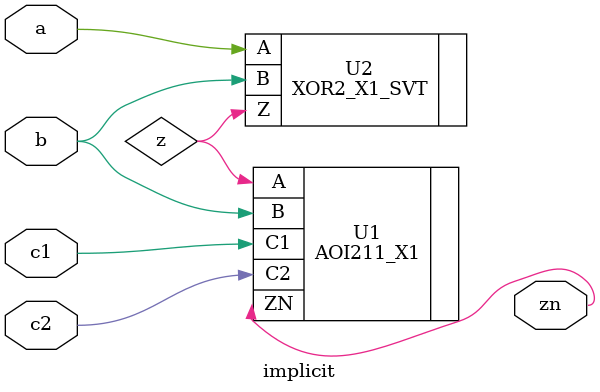
<source format=v>
module implicit (zn, a, b, c1, c2);
input a,b,c1,c2;
output zn;
  AOI211_X1 U1(.ZN(zn), .A(z), .B(b), .C1(c1), .C2(c2));
  XOR2_X1_SVT U2(.Z(z), .A(a), .B(b));
endmodule

</source>
